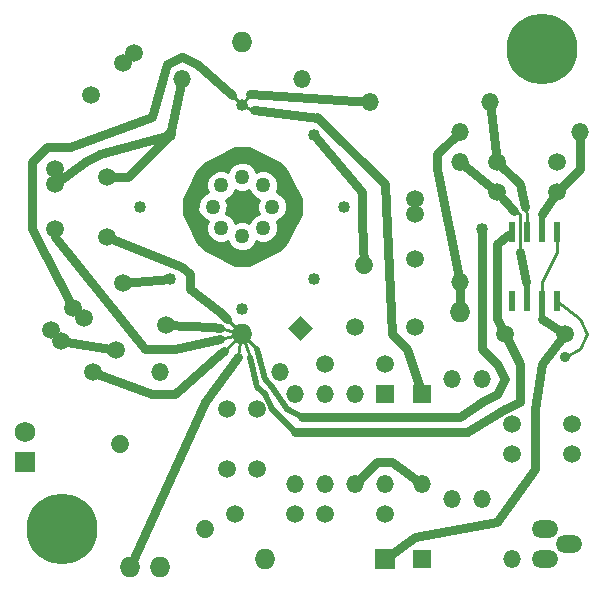
<source format=gtl>
G04 (created by PCBNEW (22-Jun-2014 BZR 4027)-stable) date Tue 23 Jan 2018 05:46:58 AM CST*
%MOIN*%
G04 Gerber Fmt 3.4, Leading zero omitted, Abs format*
%FSLAX34Y34*%
G01*
G70*
G90*
G04 APERTURE LIST*
%ADD10C,0.00590551*%
%ADD11O,0.0885X0.059*%
%ADD12O,0.059X0.059*%
%ADD13C,0.059*%
%ADD14C,0.05*%
%ADD15R,0.059X0.059*%
%ADD16O,0.069X0.069*%
%ADD17C,0.23622*%
%ADD18C,0.059*%
%ADD19R,0.069X0.069*%
%ADD20C,0.069*%
%ADD21R,0.019X0.07*%
%ADD22C,0.04*%
%ADD23C,0.035*%
%ADD24C,0.03*%
%ADD25C,0.01*%
%ADD26C,0.02*%
G04 APERTURE END LIST*
G54D10*
G54D11*
X95852Y-43250D03*
X96647Y-43750D03*
X95852Y-44250D03*
G54D12*
X92750Y-38250D03*
X92750Y-42250D03*
X93750Y-42250D03*
X93750Y-38250D03*
X83000Y-38000D03*
X87000Y-38000D03*
X83750Y-28250D03*
X87750Y-28250D03*
G54D13*
X84500Y-43250D02*
X84500Y-43250D01*
X81671Y-40421D02*
X81671Y-40421D01*
G54D14*
X85042Y-31792D03*
X86457Y-31792D03*
X86739Y-32500D03*
X85750Y-31510D03*
X86457Y-33207D03*
X85750Y-33489D03*
X85042Y-33207D03*
X84760Y-32500D03*
G54D15*
X90500Y-38750D03*
G54D12*
X89500Y-38750D03*
X88500Y-38750D03*
X87500Y-38750D03*
X87500Y-41750D03*
X88500Y-41750D03*
X90500Y-41750D03*
X89500Y-41750D03*
G54D16*
X83000Y-44500D03*
X82000Y-44500D03*
G54D17*
X95750Y-27250D03*
G54D18*
X94750Y-40750D03*
X96750Y-40750D03*
X91500Y-36500D03*
X89500Y-36500D03*
X85250Y-41250D03*
X85250Y-39250D03*
X86250Y-41250D03*
X86250Y-39250D03*
X88500Y-42750D03*
X90500Y-42750D03*
X81792Y-35042D03*
X83207Y-36457D03*
X81250Y-31500D03*
X81250Y-33500D03*
X96750Y-39750D03*
X94750Y-39750D03*
X90500Y-37750D03*
X88500Y-37750D03*
X87500Y-42750D03*
X85500Y-42750D03*
G54D16*
X85750Y-36750D03*
G54D19*
X90500Y-44250D03*
G54D16*
X86500Y-44250D03*
G54D15*
X91750Y-38750D03*
G54D12*
X91750Y-41750D03*
G54D10*
G36*
X87689Y-36143D02*
X88106Y-36560D01*
X87689Y-36977D01*
X87272Y-36560D01*
X87689Y-36143D01*
X87689Y-36143D01*
G37*
G54D13*
X89810Y-34439D02*
X89810Y-34439D01*
G54D15*
X91750Y-44250D03*
G54D12*
X94750Y-44250D03*
G54D18*
X82133Y-27366D03*
X80719Y-28780D03*
X81780Y-27719D03*
X79500Y-31250D03*
X79500Y-33250D03*
X79500Y-31750D03*
X91500Y-32250D03*
X91500Y-34250D03*
X91500Y-32750D03*
G54D19*
X78500Y-41000D03*
G54D20*
X78500Y-40000D03*
G54D17*
X79750Y-43250D03*
G54D16*
X85750Y-27000D03*
G54D21*
X96250Y-33350D03*
X95750Y-33350D03*
X95250Y-33350D03*
X94750Y-33350D03*
X94750Y-35650D03*
X95250Y-35650D03*
X95750Y-35650D03*
X96250Y-35650D03*
G54D12*
X90000Y-29000D03*
X94000Y-29000D03*
X97000Y-30000D03*
X93000Y-30000D03*
X93000Y-31000D03*
X93000Y-35000D03*
G54D18*
X94250Y-31000D03*
X96250Y-31000D03*
X96250Y-32000D03*
X94250Y-32000D03*
X96500Y-36750D03*
X94500Y-36750D03*
G54D16*
X93000Y-36000D03*
G54D18*
X80116Y-35866D03*
X81530Y-37280D03*
X80469Y-36219D03*
X79366Y-36616D03*
X80780Y-38030D03*
X79719Y-36969D03*
G54D22*
X89150Y-32500D03*
X82350Y-32500D03*
X83350Y-30100D03*
X88150Y-34900D03*
X88150Y-30100D03*
X83350Y-34900D03*
X85750Y-29100D03*
G54D23*
X96500Y-37500D03*
G54D22*
X93750Y-33250D03*
X85750Y-35900D03*
G54D24*
X95500Y-39250D02*
X95750Y-37750D01*
X91500Y-43500D02*
X94250Y-43000D01*
X94250Y-43000D02*
X95500Y-41250D01*
X95500Y-41250D02*
X95500Y-39250D01*
X90500Y-44250D02*
X91500Y-43500D01*
X95750Y-37750D02*
X96500Y-36750D01*
G54D25*
X95750Y-35650D02*
X95750Y-35000D01*
X96250Y-34000D02*
X96250Y-33350D01*
X95750Y-35000D02*
X96250Y-34000D01*
G54D26*
X95750Y-35650D02*
X95750Y-36250D01*
G54D24*
X95750Y-36250D02*
X96500Y-36750D01*
X93000Y-31000D02*
X94250Y-32000D01*
G54D25*
X95000Y-34000D02*
X95000Y-32750D01*
G54D26*
X95250Y-35650D02*
X95250Y-35250D01*
G54D24*
X95000Y-34000D02*
X95201Y-35009D01*
G54D26*
X95201Y-35009D02*
X95250Y-35250D01*
G54D25*
X95000Y-32750D02*
X94800Y-32649D01*
G54D24*
X94800Y-32649D02*
X94250Y-32000D01*
X89500Y-41750D02*
X90250Y-41000D01*
X90750Y-41000D02*
X91750Y-41750D01*
X90250Y-41000D02*
X90750Y-41000D01*
X83350Y-30100D02*
X81000Y-30750D01*
X80500Y-31000D02*
X79500Y-31750D01*
X81000Y-30750D02*
X80500Y-31000D01*
X83350Y-30100D02*
X83750Y-28250D01*
X81250Y-31500D02*
X81950Y-31500D01*
X81950Y-31500D02*
X83350Y-30100D01*
X89750Y-32000D02*
X89750Y-33000D01*
X89750Y-33000D02*
X89810Y-34439D01*
X88150Y-30100D02*
X89750Y-32000D01*
X97000Y-30000D02*
X97000Y-31250D01*
X97000Y-31250D02*
X96250Y-32000D01*
G54D26*
X95750Y-33350D02*
X95750Y-32750D01*
G54D24*
X95750Y-32750D02*
X96250Y-32000D01*
X94000Y-29000D02*
X94250Y-31000D01*
G54D25*
X95250Y-33350D02*
X95250Y-32750D01*
G54D24*
X95000Y-31750D02*
X94250Y-31000D01*
X95000Y-31750D02*
X95191Y-32514D01*
G54D25*
X95191Y-32514D02*
X95250Y-32750D01*
X95250Y-32750D02*
X95250Y-32750D01*
G54D24*
X79719Y-36969D02*
X81530Y-37280D01*
X79366Y-36616D02*
X79719Y-36969D01*
X81792Y-35042D02*
X83350Y-34900D01*
G54D25*
X83000Y-38000D02*
X83000Y-38000D01*
G54D24*
X93000Y-35000D02*
X93000Y-36000D01*
X93000Y-30000D02*
X92250Y-30750D01*
X92250Y-31250D02*
X93000Y-35000D01*
X92250Y-30750D02*
X92250Y-31250D01*
X80116Y-35866D02*
X80469Y-36219D01*
X80116Y-35866D02*
X78750Y-33250D01*
X84250Y-27750D02*
X83750Y-27500D01*
X83750Y-27500D02*
X83250Y-27750D01*
G54D25*
X85400Y-28785D02*
X85750Y-29100D01*
G54D24*
X84250Y-27750D02*
X85400Y-28785D01*
X78750Y-31000D02*
X78750Y-33250D01*
X79250Y-30500D02*
X78750Y-31000D01*
X80000Y-30500D02*
X79250Y-30500D01*
X82750Y-29500D02*
X80000Y-30500D01*
X83250Y-27750D02*
X82750Y-29500D01*
X90000Y-29000D02*
X86000Y-28750D01*
G54D25*
X86000Y-28750D02*
X85750Y-29100D01*
G54D24*
X88285Y-29535D02*
X86150Y-29268D01*
G54D25*
X86150Y-29268D02*
X86000Y-29250D01*
X86000Y-29250D02*
X85750Y-29100D01*
G54D24*
X91750Y-38750D02*
X91250Y-37250D01*
X91250Y-37250D02*
X90750Y-36750D01*
X90750Y-36750D02*
X90500Y-31750D01*
X90500Y-31750D02*
X88285Y-29535D01*
X88285Y-29535D02*
X88250Y-29500D01*
G54D25*
X96500Y-37500D02*
X97000Y-37250D01*
X97000Y-36250D02*
X96250Y-35650D01*
X97250Y-36750D02*
X97000Y-36250D01*
X97000Y-37250D02*
X97250Y-36750D01*
G54D24*
X94250Y-33750D02*
X94600Y-33450D01*
X94250Y-36250D02*
X94250Y-33750D01*
X94500Y-36750D02*
X94250Y-36250D01*
G54D25*
X94600Y-33450D02*
X94750Y-33350D01*
G54D24*
X93750Y-37250D02*
X93750Y-33250D01*
G54D26*
X86750Y-39250D02*
X87500Y-40000D01*
G54D24*
X95000Y-37750D02*
X95000Y-39000D01*
X95000Y-39000D02*
X94500Y-39250D01*
X94500Y-39250D02*
X93250Y-40000D01*
X93250Y-40000D02*
X92250Y-40000D01*
X92250Y-40000D02*
X87500Y-40000D01*
X94500Y-36750D02*
X95000Y-37750D01*
G54D26*
X86250Y-38500D02*
X86500Y-38750D01*
X86500Y-38750D02*
X86750Y-39250D01*
G54D25*
X86000Y-37500D02*
X85750Y-36750D01*
G54D26*
X86000Y-37500D02*
X86250Y-38500D01*
X86250Y-37250D02*
X86500Y-38250D01*
X86500Y-38250D02*
X86750Y-38500D01*
X86750Y-38500D02*
X87250Y-39250D01*
X87250Y-39250D02*
X87750Y-39500D01*
G54D25*
X86250Y-37250D02*
X85750Y-36750D01*
G54D26*
X93750Y-37250D02*
X93750Y-37250D01*
G54D24*
X94500Y-38250D02*
X94250Y-37750D01*
X94250Y-37750D02*
X93750Y-37250D01*
X87750Y-39500D02*
X93000Y-39500D01*
X94250Y-38750D02*
X93750Y-39000D01*
X93000Y-39500D02*
X93750Y-39000D01*
X94250Y-38750D02*
X94500Y-38250D01*
X85596Y-37519D02*
X84500Y-39000D01*
G54D25*
X85596Y-37519D02*
X85653Y-37230D01*
X85653Y-37230D02*
X85750Y-36750D01*
G54D24*
X82000Y-44500D02*
X84500Y-39000D01*
X83500Y-38750D02*
X82750Y-38750D01*
X82750Y-38750D02*
X80750Y-38000D01*
X85000Y-37416D02*
X83500Y-38750D01*
X85134Y-37326D02*
X85000Y-37416D01*
G54D25*
X85750Y-36750D02*
X85134Y-37326D01*
X85750Y-36750D02*
X85250Y-36250D01*
G54D24*
X85000Y-36000D02*
X84000Y-35250D01*
X84000Y-35250D02*
X84000Y-34750D01*
X84000Y-34750D02*
X83750Y-34500D01*
X83750Y-34500D02*
X81250Y-33500D01*
X85250Y-36250D02*
X85000Y-36000D01*
X82500Y-37250D02*
X79500Y-33500D01*
X79500Y-33500D02*
X79500Y-33250D01*
X85000Y-36916D02*
X83500Y-37250D01*
G54D25*
X85750Y-36750D02*
X85000Y-36916D01*
G54D24*
X82500Y-37250D02*
X83500Y-37250D01*
G54D25*
X85750Y-36750D02*
X85000Y-36562D01*
G54D24*
X84750Y-36500D02*
X83207Y-36457D01*
X85000Y-36562D02*
X84750Y-36500D01*
X83207Y-36457D02*
X83164Y-36414D01*
G54D10*
G36*
X86295Y-32267D02*
X86240Y-32400D01*
X86239Y-32599D01*
X86295Y-32732D01*
X86174Y-32782D01*
X86033Y-32923D01*
X85982Y-33045D01*
X85849Y-32990D01*
X85650Y-32989D01*
X85517Y-33045D01*
X85467Y-32924D01*
X85326Y-32783D01*
X85204Y-32732D01*
X85259Y-32599D01*
X85260Y-32400D01*
X85204Y-32267D01*
X85325Y-32217D01*
X85466Y-32076D01*
X85517Y-31954D01*
X85650Y-32009D01*
X85849Y-32010D01*
X85982Y-31954D01*
X86032Y-32075D01*
X86173Y-32216D01*
X86295Y-32267D01*
X86295Y-32267D01*
G37*
G54D25*
X86295Y-32267D02*
X86240Y-32400D01*
X86239Y-32599D01*
X86295Y-32732D01*
X86174Y-32782D01*
X86033Y-32923D01*
X85982Y-33045D01*
X85849Y-32990D01*
X85650Y-32989D01*
X85517Y-33045D01*
X85467Y-32924D01*
X85326Y-32783D01*
X85204Y-32732D01*
X85259Y-32599D01*
X85260Y-32400D01*
X85204Y-32267D01*
X85325Y-32217D01*
X85466Y-32076D01*
X85517Y-31954D01*
X85650Y-32009D01*
X85849Y-32010D01*
X85982Y-31954D01*
X86032Y-32075D01*
X86173Y-32216D01*
X86295Y-32267D01*
G54D10*
G36*
X87700Y-32738D02*
X87240Y-33658D01*
X87240Y-32400D01*
X87164Y-32217D01*
X87023Y-32076D01*
X86901Y-32025D01*
X86957Y-31892D01*
X86957Y-31693D01*
X86881Y-31510D01*
X86740Y-31369D01*
X86556Y-31292D01*
X86358Y-31292D01*
X86224Y-31348D01*
X86174Y-31227D01*
X86033Y-31086D01*
X85849Y-31010D01*
X85650Y-31009D01*
X85467Y-31085D01*
X85326Y-31226D01*
X85275Y-31348D01*
X85142Y-31292D01*
X84943Y-31292D01*
X84760Y-31368D01*
X84619Y-31509D01*
X84542Y-31693D01*
X84542Y-31891D01*
X84598Y-32025D01*
X84477Y-32075D01*
X84336Y-32216D01*
X84260Y-32400D01*
X84259Y-32599D01*
X84335Y-32782D01*
X84476Y-32923D01*
X84598Y-32974D01*
X84542Y-33107D01*
X84542Y-33306D01*
X84618Y-33489D01*
X84759Y-33630D01*
X84943Y-33707D01*
X85141Y-33707D01*
X85275Y-33651D01*
X85325Y-33772D01*
X85466Y-33913D01*
X85650Y-33989D01*
X85849Y-33990D01*
X86032Y-33914D01*
X86173Y-33773D01*
X86224Y-33651D01*
X86357Y-33707D01*
X86556Y-33707D01*
X86739Y-33631D01*
X86880Y-33490D01*
X86957Y-33306D01*
X86957Y-33108D01*
X86901Y-32974D01*
X87022Y-32924D01*
X87163Y-32783D01*
X87239Y-32599D01*
X87240Y-32400D01*
X87240Y-33658D01*
X87208Y-33720D01*
X86970Y-33958D01*
X85988Y-34450D01*
X85511Y-34450D01*
X84529Y-33958D01*
X84291Y-33720D01*
X83800Y-32738D01*
X83800Y-32261D01*
X84291Y-31279D01*
X84529Y-31041D01*
X85511Y-30550D01*
X85988Y-30550D01*
X86970Y-31041D01*
X87208Y-31279D01*
X87700Y-32261D01*
X87700Y-32738D01*
X87700Y-32738D01*
G37*
G54D25*
X87700Y-32738D02*
X87240Y-33658D01*
X87240Y-32400D01*
X87164Y-32217D01*
X87023Y-32076D01*
X86901Y-32025D01*
X86957Y-31892D01*
X86957Y-31693D01*
X86881Y-31510D01*
X86740Y-31369D01*
X86556Y-31292D01*
X86358Y-31292D01*
X86224Y-31348D01*
X86174Y-31227D01*
X86033Y-31086D01*
X85849Y-31010D01*
X85650Y-31009D01*
X85467Y-31085D01*
X85326Y-31226D01*
X85275Y-31348D01*
X85142Y-31292D01*
X84943Y-31292D01*
X84760Y-31368D01*
X84619Y-31509D01*
X84542Y-31693D01*
X84542Y-31891D01*
X84598Y-32025D01*
X84477Y-32075D01*
X84336Y-32216D01*
X84260Y-32400D01*
X84259Y-32599D01*
X84335Y-32782D01*
X84476Y-32923D01*
X84598Y-32974D01*
X84542Y-33107D01*
X84542Y-33306D01*
X84618Y-33489D01*
X84759Y-33630D01*
X84943Y-33707D01*
X85141Y-33707D01*
X85275Y-33651D01*
X85325Y-33772D01*
X85466Y-33913D01*
X85650Y-33989D01*
X85849Y-33990D01*
X86032Y-33914D01*
X86173Y-33773D01*
X86224Y-33651D01*
X86357Y-33707D01*
X86556Y-33707D01*
X86739Y-33631D01*
X86880Y-33490D01*
X86957Y-33306D01*
X86957Y-33108D01*
X86901Y-32974D01*
X87022Y-32924D01*
X87163Y-32783D01*
X87239Y-32599D01*
X87240Y-32400D01*
X87240Y-33658D01*
X87208Y-33720D01*
X86970Y-33958D01*
X85988Y-34450D01*
X85511Y-34450D01*
X84529Y-33958D01*
X84291Y-33720D01*
X83800Y-32738D01*
X83800Y-32261D01*
X84291Y-31279D01*
X84529Y-31041D01*
X85511Y-30550D01*
X85988Y-30550D01*
X86970Y-31041D01*
X87208Y-31279D01*
X87700Y-32261D01*
X87700Y-32738D01*
M02*

</source>
